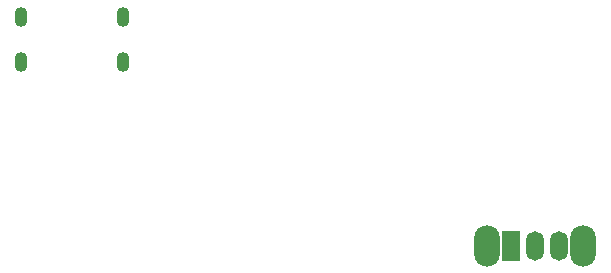
<source format=gbr>
%TF.GenerationSoftware,KiCad,Pcbnew,9.0.0*%
%TF.CreationDate,2025-03-27T10:14:57+02:00*%
%TF.ProjectId,,58585858-5858-4585-9858-585858585858,rev?*%
%TF.SameCoordinates,Original*%
%TF.FileFunction,Soldermask,Bot*%
%TF.FilePolarity,Negative*%
%FSLAX46Y46*%
G04 Gerber Fmt 4.6, Leading zero omitted, Abs format (unit mm)*
G04 Created by KiCad (PCBNEW 9.0.0) date 2025-03-27 10:14:57*
%MOMM*%
%LPD*%
G01*
G04 APERTURE LIST*
%ADD10O,2.200000X3.500000*%
%ADD11R,1.500000X2.500000*%
%ADD12O,1.500000X2.500000*%
%ADD13O,1.100000X1.700000*%
G04 APERTURE END LIST*
D10*
%TO.C,SW1*%
X166410000Y-92600000D03*
X174610000Y-92600000D03*
D11*
X168510000Y-92600000D03*
D12*
X170510000Y-92600000D03*
X172510000Y-92600000D03*
%TD*%
D13*
%TO.C,J2*%
X127000000Y-73200000D03*
X127000000Y-77000000D03*
X135640000Y-73200000D03*
X135640000Y-77000000D03*
%TD*%
M02*

</source>
